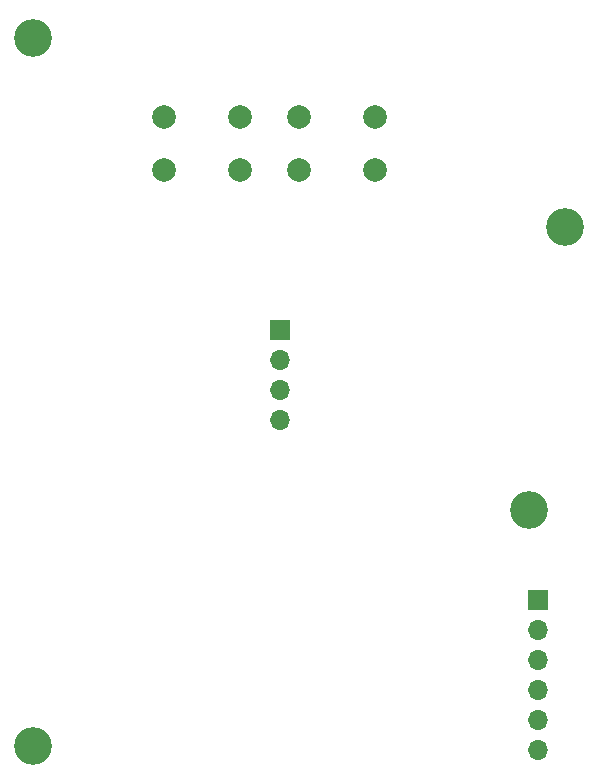
<source format=gbr>
%TF.GenerationSoftware,KiCad,Pcbnew,7.0.10*%
%TF.CreationDate,2024-03-01T12:14:43-06:00*%
%TF.ProjectId,ESP32,45535033-322e-46b6-9963-61645f706362,rev?*%
%TF.SameCoordinates,Original*%
%TF.FileFunction,Soldermask,Bot*%
%TF.FilePolarity,Negative*%
%FSLAX46Y46*%
G04 Gerber Fmt 4.6, Leading zero omitted, Abs format (unit mm)*
G04 Created by KiCad (PCBNEW 7.0.10) date 2024-03-01 12:14:43*
%MOMM*%
%LPD*%
G01*
G04 APERTURE LIST*
%ADD10R,1.700000X1.700000*%
%ADD11O,1.700000X1.700000*%
%ADD12C,3.200000*%
%ADD13C,2.000000*%
G04 APERTURE END LIST*
D10*
%TO.C,USB_UART1*%
X119888000Y-90170000D03*
D11*
X119888000Y-92710000D03*
X119888000Y-95250000D03*
X119888000Y-97790000D03*
X119888000Y-100330000D03*
X119888000Y-102870000D03*
%TD*%
D12*
%TO.C,H4*%
X119136000Y-82592000D03*
%TD*%
%TO.C,H1*%
X77136000Y-42592000D03*
%TD*%
D13*
%TO.C,SW2*%
X88190000Y-49312000D03*
X94690000Y-49312000D03*
X88190000Y-53812000D03*
X94690000Y-53812000D03*
%TD*%
%TO.C,SW1*%
X99620000Y-49312000D03*
X106120000Y-49312000D03*
X99620000Y-53812000D03*
X106120000Y-53812000D03*
%TD*%
D12*
%TO.C,H3*%
X122136000Y-58592000D03*
%TD*%
D10*
%TO.C,Nextion1*%
X98044000Y-67310000D03*
D11*
X98044000Y-69850000D03*
X98044000Y-72390000D03*
X98044000Y-74930000D03*
%TD*%
D12*
%TO.C,H2*%
X77136000Y-102592000D03*
%TD*%
M02*

</source>
